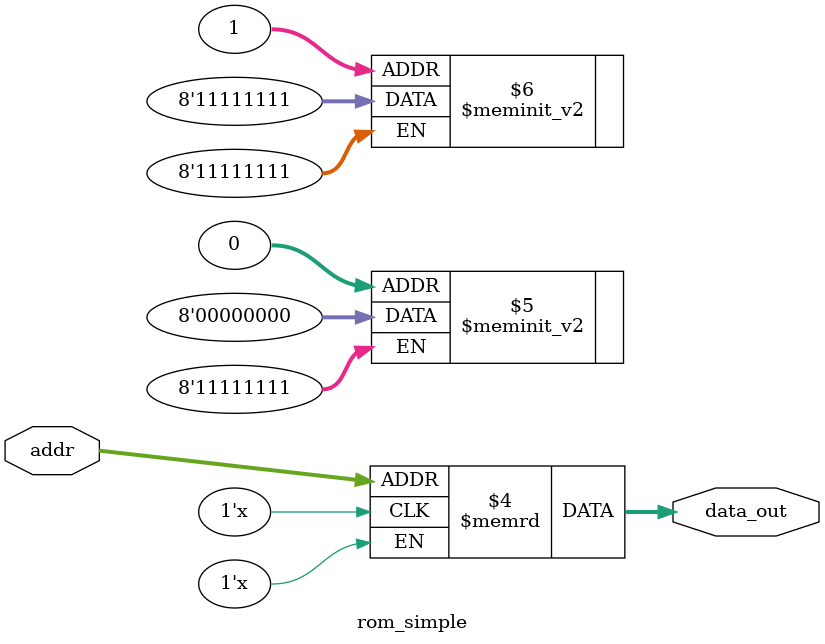
<source format=v>
module rom_simple(
  input [ADDR_WIDTH-1:0] addr,
  output reg [DATA_WIDTH-1:0] data_out
);

  parameter DATA_WIDTH = 8;
  parameter ADDR_WIDTH = 8;

  reg [DATA_WIDTH-1:0] rom_data [2**ADDR_WIDTH-1:0];

  initial begin
    rom_data[0] = 8'h00;
    rom_data[1] = 8'hFF;
    // Add more initial values as needed
  end

  always @(*) begin
    data_out = rom_data[addr];
  end

endmodule
</source>
